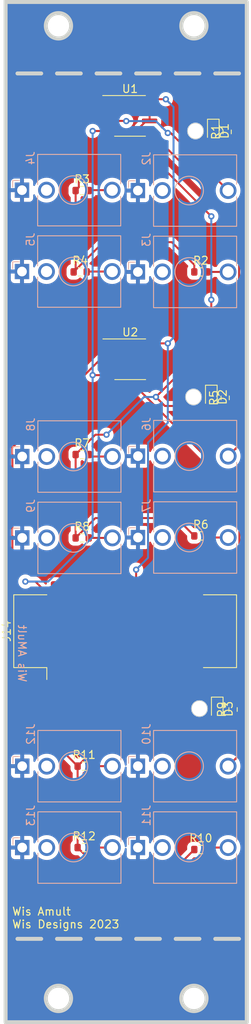
<source format=kicad_pcb>
(kicad_pcb (version 20221018) (generator pcbnew)
  (layers (0 "F.Cu" signal) (31 "B.Cu" signal) (34 "B.Paste" user) (35 "F.Paste" user) (36 "B.SilkS" user "B.Silkscreen") (37 "F.SilkS" user "F.Silkscreen") (38 "B.Mask" user) (39 "F.Mask" user) (44 "Edge.Cuts" user))
  (net 0 "")
  (net 1 "Net-(D1-K)")
  (net 2 "Net-(D1-A)")
  (net 3 "Net-(D2-K)")
  (net 4 "Net-(D2-A)")
  (net 5 "Net-(D3-K)")
  (net 6 "Net-(D3-A)")
  (net 7 "-12V")
  (net 8 "GND")
  (net 9 "+12V")
  (net 10 "Net-(U1A-+)")
  (net 12 "Net-(J3-PadT)")
  (net 14 "Net-(J4-PadT)")
  (net 16 "Net-(J5-PadT)")
  (net 18 "Net-(U1B-+)")
  (net 20 "Net-(J7-PadT)")
  (net 22 "Net-(J8-PadT)")
  (net 24 "Net-(J9-PadT)")
  (net 26 "Net-(U2A-+)")
  (net 28 "Net-(J11-PadT)")
  (net 30 "Net-(J12-PadT)")
  (net 32 "Net-(J13-PadT)")
  (footprint "Resistor_SMD:R_0603_1608Metric" (layer "F.Cu") (at 47.75 69.8625 90)
    (fp_text reference "R5" (at 0 -1.43 90) (layer "F.SilkS"))
    (fp_text value "22k")
    (pad "1" smd roundrect (at -0.825 0 90) (size 0.8 0.95) (layers "F.Cu" "F.Paste" "F.Mask") (net 8 "GND"))
    (pad "2" smd roundrect (at 0.825 0 90) (size 0.8 0.95) (layers "F.Cu" "F.Paste" "F.Mask") (net 3 "Net-(D2-K)"))
  )
  (footprint "LED_SMD:LED_0603_1608Metric" (layer "F.Cu") (at 46.75 109.0375 -90)
    (fp_text reference "D3" (at 0 -1.43 90) (layer "F.SilkS"))
    (fp_text value "LED_WHITE")
    (pad "1" smd roundrect (at -0.7875 0 270) (size 0.875 0.95) (layers "F.Cu" "F.Paste" "F.Mask") (net 5 "Net-(D3-K)"))
    (pad "2" smd roundrect (at 0.7875 0 270) (size 0.875 0.95) (layers "F.Cu" "F.Paste" "F.Mask") (net 6 "Net-(D3-A)"))
  )
  (footprint "Resistor_SMD:R_0603_1608Metric" (layer "F.Cu") (at 29.675 87.5)
    (fp_text reference "R8" (at 0 -1.43) (layer "F.SilkS"))
    (fp_text value "680")
    (pad "1" smd roundrect (at -0.825 0) (size 0.8 0.95) (layers "F.Cu" "F.Paste" "F.Mask") (net 4 "Net-(D2-A)"))
    (pad "2" smd roundrect (at 0.825 0) (size 0.8 0.95) (layers "F.Cu" "F.Paste" "F.Mask") (net 24 "Net-(J9-PadT)"))
  )
  (footprint "Connector_IDC:IDC-Header_2x08_P2.54mm_Vertical_SMD" (layer "F.Cu") (at 35.11 99.25 90)
    (fp_text reference "J14" (at 0 -14.97 90) (layer "F.SilkS"))
    (fp_text value "EuroPower16")
    (pad "1" smd roundrect (at -3.8 -8.89 90) (size 5 1.02) (layers "F.Cu" "F.Paste" "F.Mask") (net 7 "-12V"))
    (pad "2" smd roundrect (at 3.8 -8.89 90) (size 5 1.02) (layers "F.Cu" "F.Paste" "F.Mask") (net 7 "-12V"))
    (pad "3" smd roundrect (at -3.8 -6.35 90) (size 5 1.02) (layers "F.Cu" "F.Paste" "F.Mask") (net 8 "GND"))
    (pad "4" smd roundrect (at 3.8 -6.35 90) (size 5 1.02) (layers "F.Cu" "F.Paste" "F.Mask") (net 8 "GND"))
    (pad "5" smd roundrect (at -3.8 -3.81 90) (size 5 1.02) (layers "F.Cu" "F.Paste" "F.Mask") (net 8 "GND"))
    (pad "6" smd roundrect (at 3.8 -3.81 90) (size 5 1.02) (layers "F.Cu" "F.Paste" "F.Mask") (net 8 "GND"))
    (pad "7" smd roundrect (at -3.8 -1.27 90) (size 5 1.02) (layers "F.Cu" "F.Paste" "F.Mask") (net 8 "GND"))
    (pad "8" smd roundrect (at 3.8 -1.27 90) (size 5 1.02) (layers "F.Cu" "F.Paste" "F.Mask") (net 8 "GND"))
    (pad "9" smd roundrect (at -3.8 1.27 90) (size 5 1.02) (layers "F.Cu" "F.Paste" "F.Mask") (net 9 "+12V"))
    (pad "10" smd roundrect (at 3.8 1.27 90) (size 5 1.02) (layers "F.Cu" "F.Paste" "F.Mask") (net 9 "+12V"))
    (pad "11" smd roundrect (at -3.8 3.81 90) (size 5 1.02) (layers "F.Cu" "F.Paste" "F.Mask"))
    (pad "12" smd roundrect (at 3.8 3.81 90) (size 5 1.02) (layers "F.Cu" "F.Paste" "F.Mask"))
    (pad "13" smd roundrect (at -3.8 6.35 90) (size 5 1.02) (layers "F.Cu" "F.Paste" "F.Mask"))
    (pad "14" smd roundrect (at 3.8 6.35 90) (size 5 1.02) (layers "F.Cu" "F.Paste" "F.Mask"))
    (pad "15" smd roundrect (at -3.8 8.89 90) (size 5 1.02) (layers "F.Cu" "F.Paste" "F.Mask"))
    (pad "16" smd roundrect (at 3.8 8.89 90) (size 5 1.02) (layers "F.Cu" "F.Paste" "F.Mask"))
  )
  (footprint "LED_SMD:LED_0603_1608Metric" (layer "F.Cu") (at 46 69.75 -90)
    (fp_text reference "D2" (at 0 -1.43 90) (layer "F.SilkS"))
    (fp_text value "LED_WHITE")
    (pad "1" smd roundrect (at -0.7875 0 270) (size 0.875 0.95) (layers "F.Cu" "F.Paste" "F.Mask") (net 3 "Net-(D2-K)"))
    (pad "2" smd roundrect (at 0.7875 0 270) (size 0.875 0.95) (layers "F.Cu" "F.Paste" "F.Mask") (net 4 "Net-(D2-A)"))
  )
  (footprint "Resistor_SMD:R_0603_1608Metric" (layer "F.Cu") (at 44.675 126.75)
    (fp_text reference "R10" (at 0 -1.43) (layer "F.SilkS"))
    (fp_text value "680")
    (pad "1" smd roundrect (at -0.825 0) (size 0.8 0.95) (layers "F.Cu" "F.Paste" "F.Mask") (net 6 "Net-(D3-A)"))
    (pad "2" smd roundrect (at 0.825 0) (size 0.8 0.95) (layers "F.Cu" "F.Paste" "F.Mask") (net 28 "Net-(J11-PadT)"))
  )
  (footprint "Package_SO:SOIC-8_3.9x4.9mm_P1.27mm" (layer "F.Cu") (at 35.725 34.345)
    (fp_text reference "U1" (at 0 -3.4) (layer "F.SilkS"))
    (fp_text value "TL072")
    (pad "1" smd roundrect (at -2.475 -1.905) (size 1.95 0.6) (layers "F.Cu" "F.Paste" "F.Mask") (net 2 "Net-(D1-A)"))
    (pad "2" smd roundrect (at -2.475 -0.635) (size 1.95 0.6) (layers "F.Cu" "F.Paste" "F.Mask") (net 2 "Net-(D1-A)"))
    (pad "3" smd roundrect (at -2.475 0.635) (size 1.95 0.6) (layers "F.Cu" "F.Paste" "F.Mask") (net 10 "Net-(U1A-+)"))
    (pad "4" smd roundrect (at -2.475 1.905) (size 1.95 0.6) (layers "F.Cu" "F.Paste" "F.Mask") (net 7 "-12V"))
    (pad "5" smd roundrect (at 2.475 1.905) (size 1.95 0.6) (layers "F.Cu" "F.Paste" "F.Mask") (net 18 "Net-(U1B-+)"))
    (pad "6" smd roundrect (at 2.475 0.635) (size 1.95 0.6) (layers "F.Cu" "F.Paste" "F.Mask") (net 4 "Net-(D2-A)"))
    (pad "7" smd roundrect (at 2.475 -0.635) (size 1.95 0.6) (layers "F.Cu" "F.Paste" "F.Mask") (net 4 "Net-(D2-A)"))
    (pad "8" smd roundrect (at 2.475 -1.905) (size 1.95 0.6) (layers "F.Cu" "F.Paste" "F.Mask") (net 9 "+12V"))
  )
  (footprint "Package_SO:SOIC-8_3.9x4.9mm_P1.27mm" (layer "F.Cu") (at 35.75 65)
    (fp_text reference "U2" (at 0 -3.4) (layer "F.SilkS"))
    (fp_text value "TL072")
    (pad "1" smd roundrect (at -2.475 -1.905) (size 1.95 0.6) (layers "F.Cu" "F.Paste" "F.Mask") (net 6 "Net-(D3-A)"))
    (pad "2" smd roundrect (at -2.475 -0.635) (size 1.95 0.6) (layers "F.Cu" "F.Paste" "F.Mask") (net 6 "Net-(D3-A)"))
    (pad "3" smd roundrect (at -2.475 0.635) (size 1.95 0.6) (layers "F.Cu" "F.Paste" "F.Mask") (net 26 "Net-(U2A-+)"))
    (pad "4" smd roundrect (at -2.475 1.905) (size 1.95 0.6) (layers "F.Cu" "F.Paste" "F.Mask") (net 7 "-12V"))
    (pad "5" smd roundrect (at 2.475 1.905) (size 1.95 0.6) (layers "F.Cu" "F.Paste" "F.Mask"))
    (pad "6" smd roundrect (at 2.475 0.635) (size 1.95 0.6) (layers "F.Cu" "F.Paste" "F.Mask"))
    (pad "7" smd roundrect (at 2.475 -0.635) (size 1.95 0.6) (layers "F.Cu" "F.Paste" "F.Mask"))
    (pad "8" smd roundrect (at 2.475 -1.905) (size 1.95 0.6) (layers "F.Cu" "F.Paste" "F.Mask") (net 9 "+12V"))
  )
  (footprint "Resistor_SMD:R_0603_1608Metric" (layer "F.Cu") (at 48.75 109.1125 90)
    (fp_text reference "R9" (at 0 -1.43 90) (layer "F.SilkS"))
    (fp_text value "22k")
    (pad "1" smd roundrect (at -0.825 0 90) (size 0.8 0.95) (layers "F.Cu" "F.Paste" "F.Mask") (net 8 "GND"))
    (pad "2" smd roundrect (at 0.825 0 90) (size 0.8 0.95) (layers "F.Cu" "F.Paste" "F.Mask") (net 5 "Net-(D3-K)"))
  )
  (footprint "Resistor_SMD:R_0603_1608Metric" (layer "F.Cu") (at 29.925 126.5)
    (fp_text reference "R12" (at 0 -1.43) (layer "F.SilkS"))
    (fp_text value "680")
    (pad "1" smd roundrect (at -0.825 0) (size 0.8 0.95) (layers "F.Cu" "F.Paste" "F.Mask") (net 6 "Net-(D3-A)"))
    (pad "2" smd roundrect (at 0.825 0) (size 0.8 0.95) (layers "F.Cu" "F.Paste" "F.Mask") (net 32 "Net-(J13-PadT)"))
  )
  (footprint "Resistor_SMD:R_0603_1608Metric" (layer "F.Cu") (at 44.675 87.25)
    (fp_text reference "R6" (at 0 -1.43) (layer "F.SilkS"))
    (fp_text value "680")
    (pad "1" smd roundrect (at -0.825 0) (size 0.8 0.95) (layers "F.Cu" "F.Paste" "F.Mask") (net 4 "Net-(D2-A)"))
    (pad "2" smd roundrect (at 0.825 0) (size 0.8 0.95) (layers "F.Cu" "F.Paste" "F.Mask") (net 20 "Net-(J7-PadT)"))
  )
  (footprint "Resistor_SMD:R_0603_1608Metric" (layer "F.Cu") (at 44.675 54)
    (fp_text reference "R2" (at 0 -1.43) (layer "F.SilkS"))
    (fp_text value "680")
    (pad "1" smd roundrect (at -0.825 0) (size 0.8 0.95) (layers "F.Cu" "F.Paste" "F.Mask") (net 2 "Net-(D1-A)"))
    (pad "2" smd roundrect (at 0.825 0) (size 0.8 0.95) (layers "F.Cu" "F.Paste" "F.Mask") (net 12 "Net-(J3-PadT)"))
  )
  (footprint "Resistor_SMD:R_0603_1608Metric" (layer "F.Cu") (at 48 36.3625 90)
    (fp_text reference "R1" (at 0 -1.43 90) (layer "F.SilkS"))
    (fp_text value "22k")
    (pad "1" smd roundrect (at -0.825 0 90) (size 0.8 0.95) (layers "F.Cu" "F.Paste" "F.Mask") (net 8 "GND"))
    (pad "2" smd roundrect (at 0.825 0 90) (size 0.8 0.95) (layers "F.Cu" "F.Paste" "F.Mask") (net 1 "Net-(D1-K)"))
  )
  (footprint "Resistor_SMD:R_0603_1608Metric" (layer "F.Cu") (at 29.425 54)
    (fp_text reference "R4" (at 0 -1.43) (layer "F.SilkS"))
    (fp_text value "680")
    (pad "1" smd roundrect (at -0.825 0) (size 0.8 0.95) (layers "F.Cu" "F.Paste" "F.Mask") (net 2 "Net-(D1-A)"))
    (pad "2" smd roundrect (at 0.825 0) (size 0.8 0.95) (layers "F.Cu" "F.Paste" "F.Mask") (net 16 "Net-(J5-PadT)"))
  )
  (footprint "Resistor_SMD:R_0603_1608Metric" (layer "F.Cu") (at 29.675 77)
    (fp_text reference "R7" (at 0 -1.43) (layer "F.SilkS"))
    (fp_text value "680")
    (pad "1" smd roundrect (at -0.825 0) (size 0.8 0.95) (layers "F.Cu" "F.Paste" "F.Mask") (net 4 "Net-(D2-A)"))
    (pad "2" smd roundrect (at 0.825 0) (size 0.8 0.95) (layers "F.Cu" "F.Paste" "F.Mask") (net 22 "Net-(J8-PadT)"))
  )
  (footprint "LED_SMD:LED_0603_1608Metric" (layer "F.Cu") (at 46.25 36.25 -90)
    (fp_text reference "D1" (at 0 -1.43 90) (layer "F.SilkS"))
    (fp_text value "LED_WHITE")
    (pad "1" smd roundrect (at -0.7875 0 270) (size 0.875 0.95) (layers "F.Cu" "F.Paste" "F.Mask") (net 1 "Net-(D1-K)"))
    (pad "2" smd roundrect (at 0.7875 0 270) (size 0.875 0.95) (layers "F.Cu" "F.Paste" "F.Mask") (net 2 "Net-(D1-A)"))
  )
  (footprint "Resistor_SMD:R_0603_1608Metric" (layer "F.Cu") (at 29.675 43.75)
    (fp_text reference "R3" (at 0 -1.43) (layer "F.SilkS"))
    (fp_text value "680")
    (pad "1" smd roundrect (at -0.825 0) (size 0.8 0.95) (layers "F.Cu" "F.Paste" "F.Mask") (net 2 "Net-(D1-A)"))
    (pad "2" smd roundrect (at 0.825 0) (size 0.8 0.95) (layers "F.Cu" "F.Paste" "F.Mask") (net 14 "Net-(J4-PadT)"))
  )
  (footprint "Resistor_SMD:R_0603_1608Metric" (layer "F.Cu") (at 29.925 116.25)
    (fp_text reference "R11" (at 0 -1.43) (layer "F.SilkS"))
    (fp_text value "680")
    (pad "1" smd roundrect (at -0.825 0) (size 0.8 0.95) (layers "F.Cu" "F.Paste" "F.Mask") (net 6 "Net-(D3-A)"))
    (pad "2" smd roundrect (at 0.825 0) (size 0.8 0.95) (layers "F.Cu" "F.Paste" "F.Mask") (net 30 "Net-(J12-PadT)"))
  )
  (footprint "Connector_Audio:Jack_3.5mm_QingPu_WQP-PJ398SM_Vertical_CircularHoles" (layer "B.Cu") (at 36.73 77.2 -90)
    (fp_text reference "J6" (at -4.03 -1.08 90) (layer "B.SilkS") (effects (justify mirror)))
    (fp_text value "Thonkiconn")
    (pad "S" thru_hole rect (at 0 0 90) (size 1.93 1.83) (drill 1.22) (layers "*.Cu" "*.Mask") (net 8 "GND"))
    (pad "T" thru_hole circle (at 0 -11.4 90) (size 2.13 2.13) (drill 1.43) (layers "*.Cu" "*.Mask") (net 18 "Net-(U1B-+)"))
    (pad "TN" thru_hole circle (at 0 -3.1 90) (size 2.13 2.13) (drill 1.42) (layers "*.Cu" "*.Mask"))
    (zone (net 0) (net_name "") (layer "B.Cu") (connect_pads (clearance 0)) (min_thickness 0.254)
      (keepout (tracks not_allowed) (vias not_allowed) (pads not_allowed) (copperpour not_allowed) (footprints not_allowed))
      (fill (thermal_gap 0.508) (thermal_bridge_width 0.508))
      (polygon (pts (xy 43.21 78.705141) (xy 42.964171 78.68493) (xy 42.724945 78.624841) (xy 42.498744 78.526486) (xy 42.291645 78.392508) (xy 42.10921 78.226504) (xy 41.956336 78.032932) (xy 41.837131 77.816992) (xy 41.754794 77.584482) (xy 41.711539 77.341646) (xy 41.708525 77.095007) (xy 41.745835 76.851187) (xy 41.822466 76.616734) (xy 41.93636 76.397946) (xy 42.084458 76.200697) (xy 42.262784 76.030286) (xy 42.466548 75.891288) (xy 42.690278 75.787436) (xy 42.927965 75.721519) (xy 43.173226 75.695308) (xy 43.419475 75.709507) (xy 43.660099 75.763734) (xy 43.888634 75.856532) (xy 44.098945 75.985411) (xy 44.285382 76.146908) (xy 44.442939 76.336687) (xy 44.567385 76.54965) (xy 44.655377 76.780079) (xy 44.704553 77.021785) (xy 44.713592 77.268278) (xy 44.68225 77.512936) (xy 44.61137 77.749191) (xy 44.502856 77.970697) (xy 44.359621 78.171505) (xy 44.185512 78.346223) (xy 43.985205 78.490158) (xy 43.764079 78.599445) (xy 43.528074 78.671149) (xy 43.283526 78.703344)))
    )
  )
  (footprint "Connector_Audio:Jack_3.5mm_QingPu_WQP-PJ398SM_Vertical_CircularHoles" (layer "B.Cu") (at 22.1 126.5 -90)
    (fp_text reference "J13" (at -4.03 -1.08 -270) (layer "B.SilkS") (effects (justify mirror)))
    (fp_text value "Thonkiconn")
    (pad "S" thru_hole rect (at 0 0 90) (size 1.93 1.83) (drill 1.22) (layers "*.Cu" "*.Mask") (net 8 "GND"))
    (pad "T" thru_hole circle (at 0 -11.4 90) (size 2.13 2.13) (drill 1.43) (layers "*.Cu" "*.Mask") (net 32 "Net-(J13-PadT)"))
    (pad "TN" thru_hole circle (at 0 -3.1 90) (size 2.13 2.13) (drill 1.42) (layers "*.Cu" "*.Mask"))
    (zone (net 0) (net_name "") (layer "B.Cu") (connect_pads (clearance 0)) (min_thickness 0.254)
      (keepout (tracks not_allowed) (vias not_allowed) (pads not_allowed) (copperpour not_allowed) (footprints not_allowed))
      (fill (thermal_gap 0.508) (thermal_bridge_width 0.508))
      (polygon (pts (xy 28.58 128.005141) (xy 28.334171 127.98493) (xy 28.094945 127.924841) (xy 27.868744 127.826486) (xy 27.661645 127.692508) (xy 27.47921 127.526504) (xy 27.326336 127.332932) (xy 27.207131 127.116992) (xy 27.124794 126.884482) (xy 27.081539 126.641646) (xy 27.078525 126.395007) (xy 27.115835 126.151187) (xy 27.192466 125.916734) (xy 27.30636 125.697946) (xy 27.454458 125.500697) (xy 27.632784 125.330286) (xy 27.836548 125.191288) (xy 28.060278 125.087436) (xy 28.297965 125.021519) (xy 28.543226 124.995308) (xy 28.789475 125.009507) (xy 29.030099 125.063734) (xy 29.258634 125.156532) (xy 29.468945 125.285411) (xy 29.655382 125.446908) (xy 29.812939 125.636687) (xy 29.937385 125.84965) (xy 30.025377 126.080079) (xy 30.074553 126.321785) (xy 30.083592 126.568278) (xy 30.05225 126.812936) (xy 29.98137 127.049191) (xy 29.872856 127.270697) (xy 29.729621 127.471505) (xy 29.555512 127.646223) (xy 29.355205 127.790158) (xy 29.134079 127.899445) (xy 28.898074 127.971149) (xy 28.653526 128.003344)))
    )
  )
  (footprint "Connector_Audio:Jack_3.5mm_QingPu_WQP-PJ398SM_Vertical_CircularHoles" (layer "B.Cu") (at 22.07 43.7 -90)
    (fp_text reference "J4" (at -4.03 -1.08 -270) (layer "B.SilkS") (effects (justify mirror)))
    (fp_text value "Thonkiconn")
    (pad "S" thru_hole rect (at 0 0 90) (size 1.93 1.83) (drill 1.22) (layers "*.Cu" "*.Mask") (net 8 "GND"))
    (pad "T" thru_hole circle (at 0 -11.4 90) (size 2.13 2.13) (drill 1.43) (layers "*.Cu" "*.Mask") (net 14 "Net-(J4-PadT)"))
    (pad "TN" thru_hole circle (at 0 -3.1 90) (size 2.13 2.13) (drill 1.42) (layers "*.Cu" "*.Mask"))
    (zone (net 0) (net_name "") (layer "B.Cu") (connect_pads (clearance 0)) (min_thickness 0.254)
      (keepout (tracks not_allowed) (vias not_allowed) (pads not_allowed) (copperpour not_allowed) (footprints not_allowed))
      (fill (thermal_gap 0.508) (thermal_bridge_width 0.508))
      (polygon (pts (xy 28.55 45.205141) (xy 28.304171 45.18493) (xy 28.064945 45.124841) (xy 27.838744 45.026486) (xy 27.631645 44.892508) (xy 27.44921 44.726504) (xy 27.296336 44.532932) (xy 27.177131 44.316992) (xy 27.094794 44.084482) (xy 27.051539 43.841646) (xy 27.048525 43.595007) (xy 27.085835 43.351187) (xy 27.162466 43.116734) (xy 27.27636 42.897946) (xy 27.424458 42.700697) (xy 27.602784 42.530286) (xy 27.806548 42.391288) (xy 28.030278 42.287436) (xy 28.267965 42.221519) (xy 28.513226 42.195308) (xy 28.759475 42.209507) (xy 29.000099 42.263734) (xy 29.228634 42.356532) (xy 29.438945 42.485411) (xy 29.625382 42.646908) (xy 29.782939 42.836687) (xy 29.907385 43.04965) (xy 29.995377 43.280079) (xy 30.044553 43.521785) (xy 30.053592 43.768278) (xy 30.02225 44.012936) (xy 29.95137 44.249191) (xy 29.842856 44.470697) (xy 29.699621 44.671505) (xy 29.525512 44.846223) (xy 29.325205 44.990158) (xy 29.104079 45.099445) (xy 28.868074 45.171149) (xy 28.623526 45.203344)))
    )
  )
  (footprint "Connector_Audio:Jack_3.5mm_QingPu_WQP-PJ398SM_Vertical_CircularHoles" (layer "B.Cu") (at 22.07 53.95 -90)
    (fp_text reference "J5" (at -4.03 -1.08 -270) (layer "B.SilkS") (effects (justify mirror)))
    (fp_text value "Thonkiconn")
    (pad "S" thru_hole rect (at 0 0 90) (size 1.93 1.83) (drill 1.22) (layers "*.Cu" "*.Mask") (net 8 "GND"))
    (pad "T" thru_hole circle (at 0 -11.4 90) (size 2.13 2.13) (drill 1.43) (layers "*.Cu" "*.Mask") (net 16 "Net-(J5-PadT)"))
    (pad "TN" thru_hole circle (at 0 -3.1 90) (size 2.13 2.13) (drill 1.42) (layers "*.Cu" "*.Mask"))
    (zone (net 0) (net_name "") (layer "B.Cu") (connect_pads (clearance 0)) (min_thickness 0.254)
      (keepout (tracks not_allowed) (vias not_allowed) (pads not_allowed) (copperpour not_allowed) (footprints not_allowed))
      (fill (thermal_gap 0.508) (thermal_bridge_width 0.508))
      (polygon (pts (xy 28.55 55.455141) (xy 28.304171 55.43493) (xy 28.064945 55.374841) (xy 27.838744 55.276486) (xy 27.631645 55.142508) (xy 27.44921 54.976504) (xy 27.296336 54.782932) (xy 27.177131 54.566992) (xy 27.094794 54.334482) (xy 27.051539 54.091646) (xy 27.048525 53.845007) (xy 27.085835 53.601187) (xy 27.162466 53.366734) (xy 27.27636 53.147946) (xy 27.424458 52.950697) (xy 27.602784 52.780286) (xy 27.806548 52.641288) (xy 28.030278 52.537436) (xy 28.267965 52.471519) (xy 28.513226 52.445308) (xy 28.759475 52.459507) (xy 29.000099 52.513734) (xy 29.228634 52.606532) (xy 29.438945 52.735411) (xy 29.625382 52.896908) (xy 29.782939 53.086687) (xy 29.907385 53.29965) (xy 29.995377 53.530079) (xy 30.044553 53.771785) (xy 30.053592 54.018278) (xy 30.02225 54.262936) (xy 29.95137 54.499191) (xy 29.842856 54.720697) (xy 29.699621 54.921505) (xy 29.525512 55.096223) (xy 29.325205 55.240158) (xy 29.104079 55.349445) (xy 28.868074 55.421149) (xy 28.623526 55.453344)))
    )
  )
  (footprint "Connector_Audio:Jack_3.5mm_QingPu_WQP-PJ398SM_Vertical_CircularHoles" (layer "B.Cu") (at 36.72 43.75 -90)
    (fp_text reference "J2" (at -4.03 -1.08 -270) (layer "B.SilkS") (effects (justify mirror)))
    (fp_text value "Thonkiconn")
    (pad "S" thru_hole rect (at 0 0 90) (size 1.93 1.83) (drill 1.22) (layers "*.Cu" "*.Mask") (net 8 "GND"))
    (pad "T" thru_hole circle (at 0 -11.4 90) (size 2.13 2.13) (drill 1.43) (layers "*.Cu" "*.Mask") (net 10 "Net-(U1A-+)"))
    (pad "TN" thru_hole circle (at 0 -3.1 90) (size 2.13 2.13) (drill 1.42) (layers "*.Cu" "*.Mask"))
    (zone (net 0) (net_name "") (layer "B.Cu") (connect_pads (clearance 0)) (min_thickness 0.254)
      (keepout (tracks not_allowed) (vias not_allowed) (pads not_allowed) (copperpour not_allowed) (footprints not_allowed))
      (fill (thermal_gap 0.508) (thermal_bridge_width 0.508))
      (polygon (pts (xy 43.2 45.255141) (xy 42.954171 45.23493) (xy 42.714945 45.174841) (xy 42.488744 45.076486) (xy 42.281645 44.942508) (xy 42.09921 44.776504) (xy 41.946336 44.582932) (xy 41.827131 44.366992) (xy 41.744794 44.134482) (xy 41.701539 43.891646) (xy 41.698525 43.645007) (xy 41.735835 43.401187) (xy 41.812466 43.166734) (xy 41.92636 42.947946) (xy 42.074458 42.750697) (xy 42.252784 42.580286) (xy 42.456548 42.441288) (xy 42.680278 42.337436) (xy 42.917965 42.271519) (xy 43.163226 42.245308) (xy 43.409475 42.259507) (xy 43.650099 42.313734) (xy 43.878634 42.406532) (xy 44.088945 42.535411) (xy 44.275382 42.696908) (xy 44.432939 42.886687) (xy 44.557385 43.09965) (xy 44.645377 43.330079) (xy 44.694553 43.571785) (xy 44.703592 43.818278) (xy 44.67225 44.062936) (xy 44.60137 44.299191) (xy 44.492856 44.520697) (xy 44.349621 44.721505) (xy 44.175512 44.896223) (xy 43.975205 45.040158) (xy 43.754079 45.149445) (xy 43.518074 45.221149) (xy 43.273526 45.253344)))
    )
  )
  (footprint "Connector_Audio:Jack_3.5mm_QingPu_WQP-PJ398SM_Vertical_CircularHoles" (layer "B.Cu") (at 22.1 77.25 -90)
    (fp_text reference "J8" (at -4.03 -1.08 90) (layer "B.SilkS") (effects (justify mirror)))
    (fp_text value "Thonkiconn")
    (pad "S" thru_hole rect (at 0 0 90) (size 1.93 1.83) (drill 1.22) (layers "*.Cu" "*.Mask") (net 8 "GND"))
    (pad "T" thru_hole circle (at 0 -11.4 90) (size 2.13 2.13) (drill 1.43) (layers "*.Cu" "*.Mask") (net 22 "Net-(J8-PadT)"))
    (pad "TN" thru_hole circle (at 0 -3.1 90) (size 2.13 2.13) (drill 1.42) (layers "*.Cu" "*.Mask"))
    (zone (net 0) (net_name "") (layer "B.Cu") (connect_pads (clearance 0)) (min_thickness 0.254)
      (keepout (tracks not_allowed) (vias not_allowed) (pads not_allowed) (copperpour not_allowed) (footprints not_allowed))
      (fill (thermal_gap 0.508) (thermal_bridge_width 0.508))
      (polygon (pts (xy 28.58 78.755141) (xy 28.334171 78.73493) (xy 28.094945 78.674841) (xy 27.868744 78.576486) (xy 27.661645 78.442508) (xy 27.47921 78.276504) (xy 27.326336 78.082932) (xy 27.207131 77.866992) (xy 27.124794 77.634482) (xy 27.081539 77.391646) (xy 27.078525 77.145007) (xy 27.115835 76.901187) (xy 27.192466 76.666734) (xy 27.30636 76.447946) (xy 27.454458 76.250697) (xy 27.632784 76.080286) (xy 27.836548 75.941288) (xy 28.060278 75.837436) (xy 28.297965 75.771519) (xy 28.543226 75.745308) (xy 28.789475 75.759507) (xy 29.030099 75.813734) (xy 29.258634 75.906532) (xy 29.468945 76.035411) (xy 29.655382 76.196908) (xy 29.812939 76.386687) (xy 29.937385 76.59965) (xy 30.025377 76.830079) (xy 30.074553 77.071785) (xy 30.083592 77.318278) (xy 30.05225 77.562936) (xy 29.98137 77.799191) (xy 29.872856 78.020697) (xy 29.729621 78.221505) (xy 29.555512 78.396223) (xy 29.355205 78.540158) (xy 29.134079 78.649445) (xy 28.898074 78.721149) (xy 28.653526 78.753344)))
    )
  )
  (footprint "Connector_Audio:Jack_3.5mm_QingPu_WQP-PJ398SM_Vertical_CircularHoles" (layer "B.Cu") (at 36.72 126.5 -90)
    (fp_text reference "J11" (at -4.03 -1.08 -270) (layer "B.SilkS") (effects (justify mirror)))
    (fp_text value "Thonkiconn")
    (pad "S" thru_hole rect (at 0 0 90) (size 1.93 1.83) (drill 1.22) (layers "*.Cu" "*.Mask") (net 8 "GND"))
    (pad "T" thru_hole circle (at 0 -11.4 90) (size 2.13 2.13) (drill 1.43) (layers "*.Cu" "*.Mask") (net 28 "Net-(J11-PadT)"))
    (pad "TN" thru_hole circle (at 0 -3.1 90) (size 2.13 2.13) (drill 1.42) (layers "*.Cu" "*.Mask"))
    (zone (net 0) (net_name "") (layer "B.Cu") (connect_pads (clearance 0)) (min_thickness 0.254)
      (keepout (tracks not_allowed) (vias not_allowed) (pads not_allowed) (copperpour not_allowed) (footprints not_allowed))
      (fill (thermal_gap 0.508) (thermal_bridge_width 0.508))
      (polygon (pts (xy 43.2 128.005141) (xy 42.954171 127.98493) (xy 42.714945 127.924841) (xy 42.488744 127.826486) (xy 42.281645 127.692508) (xy 42.09921 127.526504) (xy 41.946336 127.332932) (xy 41.827131 127.116992) (xy 41.744794 126.884482) (xy 41.701539 126.641646) (xy 41.698525 126.395007) (xy 41.735835 126.151187) (xy 41.812466 125.916734) (xy 41.92636 125.697946) (xy 42.074458 125.500697) (xy 42.252784 125.330286) (xy 42.456548 125.191288) (xy 42.680278 125.087436) (xy 42.917965 125.021519) (xy 43.163226 124.995308) (xy 43.409475 125.009507) (xy 43.650099 125.063734) (xy 43.878634 125.156532) (xy 44.088945 125.285411) (xy 44.275382 125.446908) (xy 44.432939 125.636687) (xy 44.557385 125.84965) (xy 44.645377 126.080079) (xy 44.694553 126.321785) (xy 44.703592 126.568278) (xy 44.67225 126.812936) (xy 44.60137 127.049191) (xy 44.492856 127.270697) (xy 44.349621 127.471505) (xy 44.175512 127.646223) (xy 43.975205 127.790158) (xy 43.754079 127.899445) (xy 43.518074 127.971149) (xy 43.273526 128.003344)))
    )
  )
  (footprint "Connector_Audio:Jack_3.5mm_QingPu_WQP-PJ398SM_Vertical_CircularHoles" (layer "B.Cu") (at 22.1 87.5 -90)
    (fp_text reference "J9" (at -4.03 -1.08 90) (layer "B.SilkS") (effects (justify mirror)))
    (fp_text value "Thonkiconn")
    (pad "S" thru_hole rect (at 0 0 90) (size 1.93 1.83) (drill 1.22) (layers "*.Cu" "*.Mask") (net 8 "GND"))
    (pad "T" thru_hole circle (at 0 -11.4 90) (size 2.13 2.13) (drill 1.43) (layers "*.Cu" "*.Mask") (net 24 "Net-(J9-PadT)"))
    (pad "TN" thru_hole circle (at 0 -3.1 90) (size 2.13 2.13) (drill 1.42) (layers "*.Cu" "*.Mask"))
    (zone (net 0) (net_name "") (layer "B.Cu") (connect_pads (clearance 0)) (min_thickness 0.254)
      (keepout (tracks not_allowed) (vias not_allowed) (pads not_allowed) (copperpour not_allowed) (footprints not_allowed))
      (fill (thermal_gap 0.508) (thermal_bridge_width 0.508))
      (polygon (pts (xy 28.58 89.005141) (xy 28.334171 88.98493) (xy 28.094945 88.924841) (xy 27.868744 88.826486) (xy 27.661645 88.692508) (xy 27.47921 88.526504) (xy 27.326336 88.332932) (xy 27.207131 88.116992) (xy 27.124794 87.884482) (xy 27.081539 87.641646) (xy 27.078525 87.395007) (xy 27.115835 87.151187) (xy 27.192466 86.916734) (xy 27.30636 86.697946) (xy 27.454458 86.500697) (xy 27.632784 86.330286) (xy 27.836548 86.191288) (xy 28.060278 86.087436) (xy 28.297965 86.021519) (xy 28.543226 85.995308) (xy 28.789475 86.009507) (xy 29.030099 86.063734) (xy 29.258634 86.156532) (xy 29.468945 86.285411) (xy 29.655382 86.446908) (xy 29.812939 86.636687) (xy 29.937385 86.84965) (xy 30.025377 87.080079) (xy 30.074553 87.321785) (xy 30.083592 87.568278) (xy 30.05225 87.812936) (xy 29.98137 88.049191) (xy 29.872856 88.270697) (xy 29.729621 88.471505) (xy 29.555512 88.646223) (xy 29.355205 88.790158) (xy 29.134079 88.899445) (xy 28.898074 88.971149) (xy 28.653526 89.003344)))
    )
  )
  (footprint "Connector_Audio:Jack_3.5mm_QingPu_WQP-PJ398SM_Vertical_CircularHoles" (layer "B.Cu") (at 36.72 116.25 -90)
    (fp_text reference "J10" (at -4.03 -1.08 -270) (layer "B.SilkS") (effects (justify mirror)))
    (fp_text value "Thonkiconn")
    (pad "S" thru_hole rect (at 0 0 90) (size 1.93 1.83) (drill 1.22) (layers "*.Cu" "*.Mask") (net 8 "GND"))
    (pad "T" thru_hole circle (at 0 -11.4 90) (size 2.13 2.13) (drill 1.43) (layers "*.Cu" "*.Mask") (net 26 "Net-(U2A-+)"))
    (pad "TN" thru_hole circle (at 0 -3.1 90) (size 2.13 2.13) (drill 1.42) (layers "*.Cu" "*.Mask"))
    (zone (net 0) (net_name "") (layer "B.Cu") (connect_pads (clearance 0)) (min_thickness 0.254)
      (keepout (tracks not_allowed) (vias not_allowed) (pads not_allowed) (copperpour not_allowed) (footprints not_allowed))
      (fill (thermal_gap 0.508) (thermal_bridge_width 0.508))
      (polygon (pts (xy 43.2 117.755141) (xy 42.954171 117.73493) (xy 42.714945 117.674841) (xy 42.488744 117.576486) (xy 42.281645 117.442508) (xy 42.09921 117.276504) (xy 41.946336 117.082932) (xy 41.827131 116.866992) (xy 41.744794 116.634482) (xy 41.701539 116.391646) (xy 41.698525 116.145007) (xy 41.735835 115.901187) (xy 41.812466 115.666734) (xy 41.92636 115.447946) (xy 42.074458 115.250697) (xy 42.252784 115.080286) (xy 42.456548 114.941288) (xy 42.680278 114.837436) (xy 42.917965 114.771519) (xy 43.163226 114.745308) (xy 43.409475 114.759507) (xy 43.650099 114.813734) (xy 43.878634 114.906532) (xy 44.088945 115.035411) (xy 44.275382 115.196908) (xy 44.432939 115.386687) (xy 44.557385 115.59965) (xy 44.645377 115.830079) (xy 44.694553 116.071785) (xy 44.703592 116.318278) (xy 44.67225 116.562936) (xy 44.60137 116.799191) (xy 44.492856 117.020697) (xy 44.349621 117.221505) (xy 44.175512 117.396223) (xy 43.975205 117.540158) (xy 43.754079 117.649445) (xy 43.518074 117.721149) (xy 43.273526 117.753344)))
    )
  )
  (footprint "Connector_Audio:Jack_3.5mm_QingPu_WQP-PJ398SM_Vertical_CircularHoles" (layer "B.Cu") (at 36.73 87.45 -90)
    (fp_text reference "J7" (at -4.03 -1.08 90) (layer "B.SilkS") (effects (justify mirror)))
    (fp_text value "Thonkiconn")
    (pad "S" thru_hole rect (at 0 0 90) (size 1.93 1.83) (drill 1.22) (layers "*.Cu" "*.Mask") (net 8 "GND"))
    (pad "T" thru_hole circle (at 0 -11.4 90) (size 2.13 2.13) (drill 1.43) (layers "*.Cu" "*.Mask") (net 20 "Net-(J7-PadT)"))
    (pad "TN" thru_hole circle (at 0 -3.1 90) (size 2.13 2.13) (drill 1.42) (layers "*.Cu" "*.Mask"))
    (zone (net 0) (net_name "") (layer "B.Cu") (connect_pads (clearance 0)) (min_thickness 0.254)
      (keepout (tracks not_allowed) (vias not_allowed) (pads not_allowed) (copperpour not_allowed) (footprints not_allowed))
      (fill (thermal_gap 0.508) (thermal_bridge_width 0.508))
      (polygon (pts (xy 43.21 88.955141) (xy 42.964171 88.93493) (xy 42.724945 88.874841) (xy 42.498744 88.776486) (xy 42.291645 88.642508) (xy 42.10921 88.476504) (xy 41.956336 88.282932) (xy 41.837131 88.066992) (xy 41.754794 87.834482) (xy 41.711539 87.591646) (xy 41.708525 87.345007) (xy 41.745835 87.101187) (xy 41.822466 86.866734) (xy 41.93636 86.647946) (xy 42.084458 86.450697) (xy 42.262784 86.280286) (xy 42.466548 86.141288) (xy 42.690278 86.037436) (xy 42.927965 85.971519) (xy 43.173226 85.945308) (xy 43.419475 85.959507) (xy 43.660099 86.013734) (xy 43.888634 86.106532) (xy 44.098945 86.235411) (xy 44.285382 86.396908) (xy 44.442939 86.586687) (xy 44.567385 86.79965) (xy 44.655377 87.030079) (xy 44.704553 87.271785) (xy 44.713592 87.518278) (xy 44.68225 87.762936) (xy 44.61137 87.999191) (xy 44.502856 88.220697) (xy 44.359621 88.421505) (xy 44.185512 88.596223) (xy 43.985205 88.740158) (xy 43.764079 88.849445) (xy 43.528074 88.921149) (xy 43.283526 88.953344)))
    )
  )
  (footprint "Connector_Audio:Jack_3.5mm_QingPu_WQP-PJ398SM_Vertical_CircularHoles" (layer "B.Cu") (at 22.1 116.25 -90)
    (fp_text reference "J12" (at -4.03 -1.08 -270) (layer "B.SilkS") (effects (justify mirror)))
    (fp_text value "Thonkiconn")
    (pad "S" thru_hole rect (at 0 0 90) (size 1.93 1.83) (drill 1.22) (layers "*.Cu" "*.Mask") (net 8 "GND"))
    (pad "T" thru_hole circle (at 0 -11.4 90) (size 2.13 2.13) (drill 1.43) (layers "*.Cu" "*.Mask") (net 30 "Net-(J12-PadT)"))
    (pad "TN" thru_hole circle (at 0 -3.1 90) (size 2.13 2.13) (drill 1.42) (layers "*.Cu" "*.Mask"))
    (zone (net 0) (net_name "") (layer "B.Cu") (connect_pads (clearance 0)) (min_thickness 0.254)
      (keepout (tracks not_allowed) (vias not_allowed) (pads not_allowed) (copperpour not_allowed) (footprints not_allowed))
      (fill (thermal_gap 0.508) (thermal_bridge_width 0.508))
      (polygon (pts (xy 28.58 117.755141) (xy 28.334171 117.73493) (xy 28.094945 117.674841) (xy 27.868744 117.576486) (xy 27.661645 117.442508) (xy 27.47921 117.276504) (xy 27.326336 117.082932) (xy 27.207131 116.866992) (xy 27.124794 116.634482) (xy 27.081539 116.391646) (xy 27.078525 116.145007) (xy 27.115835 115.901187) (xy 27.192466 115.666734) (xy 27.30636 115.447946) (xy 27.454458 115.250697) (xy 27.632784 115.080286) (xy 27.836548 114.941288) (xy 28.060278 114.837436) (xy 28.297965 114.771519) (xy 28.543226 114.745308) (xy 28.789475 114.759507) (xy 29.030099 114.813734) (xy 29.258634 114.906532) (xy 29.468945 115.035411) (xy 29.655382 115.196908) (xy 29.812939 115.386687) (xy 29.937385 115.59965) (xy 30.025377 115.830079) (xy 30.074553 116.071785) (xy 30.083592 116.318278) (xy 30.05225 116.562936) (xy 29.98137 116.799191) (xy 29.872856 117.020697) (xy 29.729621 117.221505) (xy 29.555512 117.396223) (xy 29.355205 117.540158) (xy 29.134079 117.649445) (xy 28.898074 117.721149) (xy 28.653526 117.753344)))
    )
  )
  (footprint "Connector_Audio:Jack_3.5mm_QingPu_WQP-PJ398SM_Vertical_CircularHoles" (layer "B.Cu") (at 36.72 54 -90)
    (fp_text reference "J3" (at -4.03 -1.08 -270) (layer "B.SilkS") (effects (justify mirror)))
    (fp_text value "Thonkiconn")
    (pad "S" thru_hole rect (at 0 0 90) (size 1.93 1.83) (drill 1.22) (layers "*.Cu" "*.Mask") (net 8 "GND"))
    (pad "T" thru_hole circle (at 0 -11.4 90) (size 2.13 2.13) (drill 1.43) (layers "*.Cu" "*.Mask") (net 12 "Net-(J3-PadT)"))
    (pad "TN" thru_hole circle (at 0 -3.1 90) (size 2.13 2.13) (drill 1.42) (layers "*.Cu" "*.Mask"))
    (zone (net 0) (net_name "") (layer "B.Cu") (connect_pads (clearance 0)) (min_thickness 0.254)
      (keepout (tracks not_allowed) (vias not_allowed) (pads not_allowed) (copperpour not_allowed) (footprints not_allowed))
      (fill (thermal_gap 0.508) (thermal_bridge_width 0.508))
      (polygon (pts (xy 43.2 55.505141) (xy 42.954171 55.48493) (xy 42.714945 55.424841) (xy 42.488744 55.326486) (xy 42.281645 55.192508) (xy 42.09921 55.026504) (xy 41.946336 54.832932) (xy 41.827131 54.616992) (xy 41.744794 54.384482) (xy 41.701539 54.141646) (xy 41.698525 53.895007) (xy 41.735835 53.651187) (xy 41.812466 53.416734) (xy 41.92636 53.197946) (xy 42.074458 53.000697) (xy 42.252784 52.830286) (xy 42.456548 52.691288) (xy 42.680278 52.587436) (xy 42.917965 52.521519) (xy 43.163226 52.495308) (xy 43.409475 52.509507) (xy 43.650099 52.563734) (xy 43.878634 52.656532) (xy 44.088945 52.785411) (xy 44.275382 52.946908) (xy 44.432939 53.136687) (xy 44.557385 53.34965) (xy 44.645377 53.580079) (xy 44.694553 53.821785) (xy 44.703592 54.068278) (xy 44.67225 54.312936) (xy 44.60137 54.549191) (xy 44.492856 54.770697) (xy 44.349621 54.971505) (xy 44.175512 55.146223) (xy 43.975205 55.290158) (xy 43.754079 55.399445) (xy 43.518074 55.471149) (xy 43.273526 55.503344)))
    )
  )
  (gr_circle (center 44.5 109) (end 45.5 109) (stroke (width 0.1)) (fill none) (layer "Edge.Cuts"))
  (gr_circle (center 43.8 145.5) (end 43.8 147.1) (stroke (width 0.5)) (fill none) (layer "Edge.Cuts"))
  (gr_line (start 41.5 29) (end 44.5 29) (stroke (width 0.5)) (layer "Edge.Cuts"))
  (gr_line (start 31.5 138) (end 34.5 138) (stroke (width 0.5)) (layer "Edge.Cuts"))
  (gr_circle (center 43.75 69.75) (end 44.75 69.75) (stroke (width 0.1)) (fill none) (layer "Edge.Cuts"))
  (gr_line (start 36.5 29) (end 39.5 29) (stroke (width 0.5)) (layer "Edge.Cuts"))
  (gr_line (start 26.5 29) (end 29.5 29) (stroke (width 0.5)) (layer "Edge.Cuts"))
  (gr_line (start 26.5 138) (end 29.5 138) (stroke (width 0.5)) (layer "Edge.Cuts"))
  (gr_circle (center 43.8 23) (end 43.8 24.6) (stroke (width 0.5)) (fill none) (layer "Edge.Cuts"))
  (gr_line (start 21.5 29) (end 24.5 29) (stroke (width 0.5)) (layer "Edge.Cuts"))
  (gr_line (start 46.5 29) (end 49.5 29) (stroke (width 0.5)) (layer "Edge.Cuts"))
  (gr_circle (center 44 36.25) (end 45 36.25) (stroke (width 0.1)) (fill none) (layer "Edge.Cuts"))
  (gr_circle (center 26.68 145.5) (end 26.68 147.1) (stroke (width 0.5)) (fill none) (layer "Edge.Cuts"))
  (gr_line (start 31.5 29) (end 34.5 29) (stroke (width 0.5)) (layer "Edge.Cuts"))
  (gr_circle (center 26.68 23) (end 26.68 24.6) (stroke (width 0.5)) (fill none) (layer "Edge.Cuts"))
  (gr_line (start 41.5 138) (end 44.5 138) (stroke (width 0.5)) (layer "Edge.Cuts"))
  (gr_line (start 46.5 138) (end 49.5 138) (stroke (width 0.5)) (layer "Edge.Cuts"))
  (gr_line (start 36.5 138) (end 39.5 138) (stroke (width 0.5)) (layer "Edge.Cuts"))
  (gr_rect (start 20 20) (end 50.48 148.5) (stroke (width 0.5)) (fill none) (layer "Edge.Cuts"))
  (gr_line (start 21.5 138) (end 24.5 138) (stroke (width 0.5)) (layer "Edge.Cuts"))
  (gr_text "Wis AMult" (at 21.5 105.75 -90) (layer "B.SilkS") (effects (font (size 1 1)) (justify left bottom mirror)))
  (gr_text "Wis Amult\nWis Designs 2023" (at 20.75 136.75) (layer "F.SilkS") (effects (font (size 1 1)) (justify left bottom)))
  (segment (start 46.25 35.4625) (end 47.925 35.4625) (width 0.25) (layer "F.Cu") (net 1))
  (segment (start 47.925 35.4625) (end 48 35.5375) (width 0.25) (layer "F.Cu") (net 1))
  (segment (start 29.79 33.71) (end 29.25 34.25) (width 0.25) (layer "F.Cu") (net 2))
  (segment (start 28.85 43.75) (end 28.85 53.75) (width 0.25) (layer "F.Cu") (net 2))
  (segment (start 33.736777 32.44) (end 33.25 32.44) (width 0.25) (layer "F.Cu") (net 2))
  (segment (start 35.926777 30.25) (end 33.736777 32.44) (width 0.25) (layer "F.Cu") (net 2))
  (segment (start 33.25 33.71) (end 29.79 33.71) (width 0.25) (layer "F.Cu") (net 2))
  (segment (start 46.25 37.0375) (end 46.25 36.706479) (width 0.25) (layer "F.Cu") (net 2))
  (segment (start 32.35 50.25) (end 28.6 54) (width 0.25) (layer "F.Cu") (net 2))
  (segment (start 44.75 35.206479) (end 44.75 30.25) (width 0.25) (layer "F.Cu") (net 2))
  (segment (start 44.75 30.25) (end 35.926777 30.25) (width 0.25) (layer "F.Cu") (net 2))
  (segment (start 28.85 53.75) (end 28.6 54) (width 0.25) (layer "F.Cu") (net 2))
  (segment (start 29.25 34.25) (end 29.25 43.35) (width 0.25) (layer "F.Cu") (net 2))
  (segment (start 46.25 36.706479) (end 44.75 35.206479) (width 0.25) (layer "F.Cu") (net 2))
  (segment (start 43.85 53.1) (end 41 50.25) (width 0.25) (layer "F.Cu") (net 2))
  (segment (start 41 50.25) (end 32.35 50.25) (width 0.25) (layer "F.Cu") (net 2))
  (segment (start 33.25 32.44) (end 33.25 33.71) (width 0.25) (layer "F.Cu") (net 2))
  (segment (start 43.85 54) (end 43.85 53.1) (width 0.25) (layer "F.Cu") (net 2))
  (segment (start 29.25 43.35) (end 28.85 43.75) (width 0.25) (layer "F.Cu") (net 2))
  (segment (start 47.675 68.9625) (end 47.75 69.0375) (width 0.25) (layer "F.Cu") (net 3))
  (segment (start 46 68.9625) (end 47.675 68.9625) (width 0.25) (layer "F.Cu") (net 3))
  (segment (start 36.9 35.85) (end 37.77 34.98) (width 0.25) (layer "F.Cu") (net 4))
  (segment (start 39 69.75) (end 46 62.75) (width 0.25) (layer "F.Cu") (net 4))
  (segment (start 38.2 33.71) (end 38.2 34.98) (width 0.25) (layer "F.Cu") (net 4))
  (segment (start 28.85 77) (end 28.85 87.5) (width 0.25) (layer "F.Cu") (net 4))
  (segment (start 45.655705 70.881795) (end 40.131795 70.881795) (width 0.25) (layer "F.Cu") (net 4))
  (segment (start 31.35 74.5) (end 28.85 77) (width 0.25) (layer "F.Cu") (net 4))
  (segment (start 46 47) (end 36.9 37.9) (width 0.25) (layer "F.Cu") (net 4))
  (segment (start 37.77 34.98) (end 38.2 34.98) (width 0.25) (layer "F.Cu") (net 4))
  (segment (start 36.9 37.9) (end 36.9 35.85) (width 0.25) (layer "F.Cu") (net 4))
  (segment (start 46 62.75) (end 46 57.5) (width 0.25) (layer "F.Cu") (net 4))
  (segment (start 46 70.5375) (end 45.655705 70.881795) (width 0.25) (layer "F.Cu") (net 4))
  (segment (start 41.6 85) (end 43.85 87.25) (width 0.25) (layer "F.Cu") (net 4))
  (segment (start 32.75 74.5) (end 31.35 74.5) (width 0.25) (layer "F.Cu") (net 4))
  (segment (start 40.131795 70.881795) (end 39 69.75) (width 0.25) (layer "F.Cu") (net 4))
  (segment (start 31.35 85) (end 41.6 85) (width 0.25) (layer "F.Cu") (net 4))
  (segment (start 28.85 87.5) (end 31.35 85) (width 0.25) (layer "F.Cu") (net 4))
  (via (at 46 47) (size 0.8) (drill 0.4) (layers "F.Cu" "B.Cu") (net 4))
  (via (at 46 57.5) (size 0.8) (drill 0.4) (layers "F.Cu" "B.Cu") (net 4))
  (via (at 39 69.75) (size 0.8) (drill 0.4) (layers "F.Cu" "B.Cu") (net 4))
  (via (at 32.75 74.5) (size 0.8) (drill 0.4) (layers "F.Cu" "B.Cu") (net 4))
  (segment (start 39 69.75) (end 37.5 69.75) (width 0.25) (layer "B.Cu") (net 4))
  (segment (start 46 57.5) (end 46 47) (width 0.25) (layer "B.Cu") (net 4))
  (segment (start 37.5 69.75) (end 32.75 74.5) (width 0.25) (layer "B.Cu") (net 4))
  (segment (start 46.75 108.25) (end 48.7125 108.25) (width 0.25) (layer "F.Cu") (net 5))
  (segment (start 48.7125 108.25) (end 48.75 108.2875) (width 0.25) (layer "F.Cu") (net 5))
  (segment (start 40.35 130.25) (end 32.85 130.25) (width 0.25) (layer "F.Cu") (net 6))
  (segment (start 45.5 111.075) (end 46.75 109.825) (width 0.25) (layer "F.Cu") (net 6))
  (segment (start 34.1 111.25) (end 45.5 111.25) (width 0.25) (layer "F.Cu") (net 6))
  (segment (start 33.275 64.365) (end 32.609695 64.365) (width 0.25) (layer "F.Cu") (net 6))
  (segment (start 29.1 116.25) (end 34.1 111.25) (width 0.25) (layer "F.Cu") (net 6))
  (segment (start 20.86 76.114695) (end 20.86 108.01) (width 0.25) (layer "F.Cu") (net 6))
  (segment (start 33.275 63.095) (end 33.275 64.365) (width 0.25) (layer "F.Cu") (net 6))
  (segment (start 32.85 130.25) (end 29.1 126.5) (width 0.25) (layer "F.Cu") (net 6))
  (segment (start 43.85 126.75) (end 40.35 130.25) (width 0.25) (layer "F.Cu") (net 6))
  (segment (start 29.1 116.25) (end 29.1 126.5) (width 0.25) (layer "F.Cu") (net 6))
  (segment (start 20.86 108.01) (end 29.1 116.25) (width 0.25) (layer "F.Cu") (net 6))
  (segment (start 32.609695 64.365) (end 20.86 76.114695) (width 0.25) (layer "F.Cu") (net 6))
  (segment (start 45.5 111.25) (end 45.5 111.075) (width 0.25) (layer "F.Cu") (net 6))
  (segment (start 33.18 67) (end 33.275 66.905) (width 0.25) (layer "F.Cu") (net 7))
  (segment (start 26.22 95.45) (end 23.77 93) (width 0.25) (layer "F.Cu") (net 7))
  (segment (start 31 36.25) (end 33.25 36.25) (width 0.25) (layer "F.Cu") (net 7))
  (segment (start 26.22 95.45) (end 26.22 103.05) (width 0.25) (layer "F.Cu") (net 7))
  (segment (start 31 67) (end 33.18 67) (width 0.25) (layer "F.Cu") (net 7))
  (segment (start 23.77 93) (end 22.5 93) (width 0.25) (layer "F.Cu") (net 7))
  (via (at 31 36.25) (size 0.8) (drill 0.4) (layers "F.Cu" "B.Cu") (net 7))
  (via (at 31 67) (size 0.8) (drill 0.4) (layers "F.Cu" "B.Cu") (net 7))
  (via (at 22.5 93) (size 0.8) (drill 0.4) (layers "F.Cu" "B.Cu") (net 7))
  (segment (start 25.378513 93) (end 31 87.378513) (width 0.25) (layer "B.Cu") (net 7))
  (segment (start 31 67) (end 31 36.25) (width 0.25) (layer "B.Cu") (net 7))
  (segment (start 31 87.378513) (end 31 67) (width 0.25) (layer "B.Cu") (net 7))
  (segment (start 22.5 93) (end 25.378513 93) (width 0.25) (layer "B.Cu") (net 7))
  (segment (start 36.38 95.45) (end 36.38 94.62) (width 0.25) (layer "F.Cu") (net 9))
  (segment (start 36.38 94.62) (end 36.5 94.5) (width 0.25) (layer "F.Cu") (net 9))
  (segment (start 40.5 63) (end 38.32 63) (width 0.25) (layer "F.Cu") (net 9))
  (segment (start 38.32 63) (end 38.225 63.095) (width 0.25) (layer "F.Cu") (net 9))
  (segment (start 38.39 32.25) (end 38.2 32.44) (width 0.25) (layer "F.Cu") (net 9))
  (segment (start 36.5 94.5) (end 36.5 91.5) (width 0.25) (layer "F.Cu") (net 9))
  (segment (start 36.38 95.45) (end 36.38 103.05) (width 0.25) (layer "F.Cu") (net 9))
  (segment (start 40.25 32.25) (end 38.39 32.25) (width 0.25) (layer "F.Cu") (net 9))
  (via (at 36.5 91.5) (size 0.8) (drill 0.4) (layers "F.Cu" "B.Cu") (net 9))
  (via (at 40.25 32.25) (size 0.8) (drill 0.4) (layers "F.Cu" "B.Cu") (net 9))
  (via (at 40.5 63) (size 0.8) (drill 0.4) (layers "F.Cu" "B.Cu") (net 9))
  (segment (start 40.5 63) (end 41.225 62.275) (width 0.25) (layer "B.Cu") (net 9))
  (segment (start 40.5 73) (end 40.5 63) (width 0.25) (layer "B.Cu") (net 9))
  (segment (start 41.225 33.225) (end 40.25 32.25) (width 0.25) (layer "B.Cu") (net 9))
  (segment (start 39.75 73.75) (end 40.5 73) (width 0.25) (layer "B.Cu") (net 9))
  (segment (start 36.5 91.5) (end 38 90) (width 0.25) (layer "B.Cu") (net 9))
  (segment (start 41.225 62.275) (end 41.225 33.225) (width 0.25) (layer "B.Cu") (net 9))
  (segment (start 38 90) (end 38 75.5) (width 0.25) (layer "B.Cu") (net 9))
  (segment (start 38 75.5) (end 39.75 73.75) (width 0.25) (layer "B.Cu") (net 9))
  (segment (start 40.87 36.5) (end 48.12 43.75) (width 0.25) (layer "F.Cu") (net 10))
  (segment (start 40.5 36.5) (end 40.87 36.5) (width 0.25) (layer "F.Cu") (net 10))
  (segment (start 33.25 34.98) (end 35.23 34.98) (width 0.25) (layer "F.Cu") (net 10))
  (segment (start 35.23 34.98) (end 35.25 35) (width 0.25) (layer "F.Cu") (net 10))
  (via (at 35.25 35) (size 0.8) (drill 0.4) (layers "F.Cu" "B.Cu") (net 10))
  (via (at 40.5 36.5) (size 0.8) (drill 0.4) (layers "F.Cu" "B.Cu") (net 10))
  (segment (start 35.25 35) (end 39 35) (width 0.25) (layer "B.Cu") (net 10))
  (segment (start 39 35) (end 40.5 36.5) (width 0.25) (layer "B.Cu") (net 10))
  (segment (start 45.5 54) (end 48.12 54) (width 0.25) (layer "F.Cu") (net 12))
  (segment (start 30.5 43.75) (end 30.55 43.7) (width 0.25) (layer "F.Cu") (net 14))
  (segment (start 30.55 43.7) (end 33.47 43.7) (width 0.25) (layer "F.Cu") (net 14))
  (segment (start 30.3 53.95) (end 33.47 53.95) (width 0.25) (layer "F.Cu") (net 16))
  (segment (start 30.25 54) (end 30.3 53.95) (width 0.25) (layer "F.Cu") (net 16))
  (segment (start 49.51 75.82) (end 48.13 77.2) (width 0.25) (layer "F.Cu") (net 18))
  (segment (start 49.51 47.56) (end 49.51 75.82) (width 0.25) (layer "F.Cu") (net 18))
  (segment (start 38.2 36.25) (end 49.51 47.56) (width 0.25) (layer "F.Cu") (net 18))
  (segment (start 45.7 87.45) (end 48.13 87.45) (width 0.25) (layer "F.Cu") (net 20))
  (segment (start 45.5 87.25) (end 45.7 87.45) (width 0.25) (layer "F.Cu") (net 20))
  (segment (start 30.75 77.25) (end 33.5 77.25) (width 0.25) (layer "F.Cu") (net 22))
  (segment (start 30.5 77) (end 30.75 77.25) (width 0.25) (layer "F.Cu") (net 22))
  (segment (start 30.5 87.5) (end 33.5 87.5) (width 0.25) (layer "F.Cu") (net 24))
  (segment (start 49.55 114.82) (end 48.12 116.25) (width 0.25) (layer "F.Cu") (net 26))
  (segment (start 33.275 65.635) (end 33.651751 65.635) (width 0.25) (layer "F.Cu") (net 26))
  (segment (start 49.55 81.533249) (end 49.55 114.82) (width 0.25) (layer "F.Cu") (net 26))
  (segment (start 33.651751 65.635) (end 49.55 81.533249) (width 0.25) (layer "F.Cu") (net 26))
  (segment (start 45.5 126.75) (end 45.75 126.5) (width 0.25) (layer "F.Cu") (net 28))
  (segment (start 45.75 126.5) (end 48.12 126.5) (width 0.25) (layer "F.Cu") (net 28))
  (segment (start 30.75 116.25) (end 33.5 116.25) (width 0.25) (layer "F.Cu") (net 30))
  (segment (start 30.75 126.5) (end 33.5 126.5) (width 0.25) (layer "F.Cu") (net 32))
  (zone (net 8) (net_name "GND") (layer "F.Cu") (connect_pads (clearance 0.5)) (min_thickness 0.25) (fill yes (thermal_gap 0.5) (thermal_bridge_width 0.5))
    (polygon (pts (xy 20 20) (xy 50.48 20) (xy 50.48 148.5) (xy 20 148.5)))
  )
  (zone (net 8) (net_name "GND") (layer "B.Cu") (connect_pads (clearance 0.5)) (min_thickness 0.25) (fill yes (thermal_gap 0.5) (thermal_bridge_width 0.5))
    (polygon (pts (xy 20 20) (xy 50.48 20) (xy 50.48 148.5) (xy 20 148.5)))
  )
)
</source>
